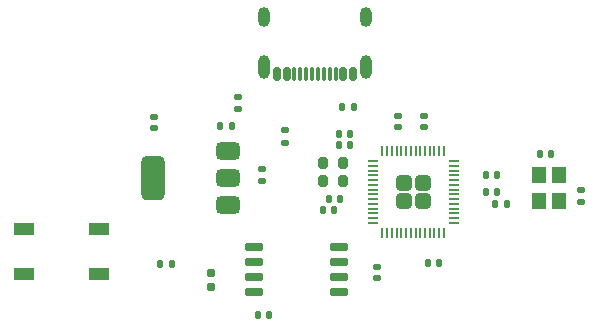
<source format=gbr>
%TF.GenerationSoftware,KiCad,Pcbnew,8.0.4*%
%TF.CreationDate,2024-07-22T23:57:25-07:00*%
%TF.ProjectId,leverless_controlller,6c657665-726c-4657-9373-5f636f6e7472,rev?*%
%TF.SameCoordinates,Original*%
%TF.FileFunction,Paste,Top*%
%TF.FilePolarity,Positive*%
%FSLAX46Y46*%
G04 Gerber Fmt 4.6, Leading zero omitted, Abs format (unit mm)*
G04 Created by KiCad (PCBNEW 8.0.4) date 2024-07-22 23:57:25*
%MOMM*%
%LPD*%
G01*
G04 APERTURE LIST*
G04 Aperture macros list*
%AMRoundRect*
0 Rectangle with rounded corners*
0 $1 Rounding radius*
0 $2 $3 $4 $5 $6 $7 $8 $9 X,Y pos of 4 corners*
0 Add a 4 corners polygon primitive as box body*
4,1,4,$2,$3,$4,$5,$6,$7,$8,$9,$2,$3,0*
0 Add four circle primitives for the rounded corners*
1,1,$1+$1,$2,$3*
1,1,$1+$1,$4,$5*
1,1,$1+$1,$6,$7*
1,1,$1+$1,$8,$9*
0 Add four rect primitives between the rounded corners*
20,1,$1+$1,$2,$3,$4,$5,0*
20,1,$1+$1,$4,$5,$6,$7,0*
20,1,$1+$1,$6,$7,$8,$9,0*
20,1,$1+$1,$8,$9,$2,$3,0*%
G04 Aperture macros list end*
%ADD10RoundRect,0.140000X-0.140000X-0.170000X0.140000X-0.170000X0.140000X0.170000X-0.140000X0.170000X0*%
%ADD11R,1.200000X1.400000*%
%ADD12RoundRect,0.140000X0.140000X0.170000X-0.140000X0.170000X-0.140000X-0.170000X0.140000X-0.170000X0*%
%ADD13R,1.700000X1.000000*%
%ADD14RoundRect,0.135000X0.135000X0.185000X-0.135000X0.185000X-0.135000X-0.185000X0.135000X-0.185000X0*%
%ADD15RoundRect,0.140000X0.170000X-0.140000X0.170000X0.140000X-0.170000X0.140000X-0.170000X-0.140000X0*%
%ADD16RoundRect,0.135000X-0.135000X-0.185000X0.135000X-0.185000X0.135000X0.185000X-0.135000X0.185000X0*%
%ADD17RoundRect,0.135000X-0.185000X0.135000X-0.185000X-0.135000X0.185000X-0.135000X0.185000X0.135000X0*%
%ADD18RoundRect,0.375000X0.625000X0.375000X-0.625000X0.375000X-0.625000X-0.375000X0.625000X-0.375000X0*%
%ADD19RoundRect,0.500000X0.500000X1.400000X-0.500000X1.400000X-0.500000X-1.400000X0.500000X-1.400000X0*%
%ADD20RoundRect,0.140000X-0.170000X0.140000X-0.170000X-0.140000X0.170000X-0.140000X0.170000X0.140000X0*%
%ADD21RoundRect,0.200000X-0.200000X-0.275000X0.200000X-0.275000X0.200000X0.275000X-0.200000X0.275000X0*%
%ADD22RoundRect,0.160000X-0.160000X0.197500X-0.160000X-0.197500X0.160000X-0.197500X0.160000X0.197500X0*%
%ADD23RoundRect,0.249999X0.395001X-0.395001X0.395001X0.395001X-0.395001X0.395001X-0.395001X-0.395001X0*%
%ADD24RoundRect,0.050000X0.050000X-0.387500X0.050000X0.387500X-0.050000X0.387500X-0.050000X-0.387500X0*%
%ADD25RoundRect,0.050000X0.387500X-0.050000X0.387500X0.050000X-0.387500X0.050000X-0.387500X-0.050000X0*%
%ADD26RoundRect,0.150000X0.150000X0.420000X-0.150000X0.420000X-0.150000X-0.420000X0.150000X-0.420000X0*%
%ADD27RoundRect,0.075000X0.075000X0.495000X-0.075000X0.495000X-0.075000X-0.495000X0.075000X-0.495000X0*%
%ADD28O,1.000000X2.000000*%
%ADD29O,1.000000X1.700000*%
%ADD30RoundRect,0.150000X0.650000X0.150000X-0.650000X0.150000X-0.650000X-0.150000X0.650000X-0.150000X0*%
G04 APERTURE END LIST*
D10*
%TO.C,C1*%
X68361000Y-31252000D03*
X69321000Y-31252000D03*
%TD*%
D11*
%TO.C,Y1*%
X96996000Y-37630000D03*
X96996000Y-35430000D03*
X95296000Y-35430000D03*
X95296000Y-37630000D03*
%TD*%
D12*
%TO.C,C9*%
X77978750Y-38430000D03*
X77018750Y-38430000D03*
%TD*%
%TO.C,C7*%
X79360000Y-31930000D03*
X78400000Y-31930000D03*
%TD*%
D10*
%TO.C,C8*%
X90840000Y-35430000D03*
X91800000Y-35430000D03*
%TD*%
D13*
%TO.C,SW1*%
X51755000Y-40030000D03*
X58055000Y-40030000D03*
X51755000Y-43830000D03*
X58055000Y-43830000D03*
%TD*%
D14*
%TO.C,R4*%
X92590000Y-37856000D03*
X91570000Y-37856000D03*
%TD*%
D15*
%TO.C,C15*%
X85630000Y-31390000D03*
X85630000Y-30430000D03*
%TD*%
D16*
%TO.C,R5*%
X63251000Y-42936000D03*
X64271000Y-42936000D03*
%TD*%
D17*
%TO.C,R2*%
X73822000Y-31668000D03*
X73822000Y-32688000D03*
%TD*%
D18*
%TO.C,U2*%
X68972000Y-37978000D03*
X68972000Y-35678000D03*
D19*
X62672000Y-35678000D03*
D18*
X68972000Y-33378000D03*
%TD*%
D15*
%TO.C,C16*%
X83380000Y-31410000D03*
X83380000Y-30450000D03*
%TD*%
D12*
%TO.C,C10*%
X78478750Y-37430000D03*
X77518750Y-37430000D03*
%TD*%
D15*
%TO.C,C2*%
X62745000Y-31478000D03*
X62745000Y-30518000D03*
%TD*%
D12*
%TO.C,C6*%
X79360000Y-32930000D03*
X78400000Y-32930000D03*
%TD*%
D20*
%TO.C,C12*%
X81630000Y-43200000D03*
X81630000Y-44160000D03*
%TD*%
%TO.C,C3*%
X98852000Y-36728000D03*
X98852000Y-37688000D03*
%TD*%
D21*
%TO.C,R7*%
X77055000Y-34430000D03*
X78705000Y-34430000D03*
%TD*%
D22*
%TO.C,R6*%
X67571000Y-43735500D03*
X67571000Y-44930500D03*
%TD*%
D10*
%TO.C,C5*%
X71536000Y-47254000D03*
X72496000Y-47254000D03*
%TD*%
%TO.C,C13*%
X85900000Y-42930000D03*
X86860000Y-42930000D03*
%TD*%
D23*
%TO.C,U1*%
X83878000Y-37678000D03*
X85478000Y-37678000D03*
X83878000Y-36078000D03*
X85478000Y-36078000D03*
D24*
X82078000Y-40315500D03*
X82478000Y-40315500D03*
X82878000Y-40315500D03*
X83278000Y-40315500D03*
X83678000Y-40315500D03*
X84078000Y-40315500D03*
X84478000Y-40315500D03*
X84878000Y-40315500D03*
X85278000Y-40315500D03*
X85678000Y-40315500D03*
X86078000Y-40315500D03*
X86478000Y-40315500D03*
X86878000Y-40315500D03*
X87278000Y-40315500D03*
D25*
X88115500Y-39478000D03*
X88115500Y-39078000D03*
X88115500Y-38678000D03*
X88115500Y-38278000D03*
X88115500Y-37878000D03*
X88115500Y-37478000D03*
X88115500Y-37078000D03*
X88115500Y-36678000D03*
X88115500Y-36278000D03*
X88115500Y-35878000D03*
X88115500Y-35478000D03*
X88115500Y-35078000D03*
X88115500Y-34678000D03*
X88115500Y-34278000D03*
D24*
X87278000Y-33440500D03*
X86878000Y-33440500D03*
X86478000Y-33440500D03*
X86078000Y-33440500D03*
X85678000Y-33440500D03*
X85278000Y-33440500D03*
X84878000Y-33440500D03*
X84478000Y-33440500D03*
X84078000Y-33440500D03*
X83678000Y-33440500D03*
X83278000Y-33440500D03*
X82878000Y-33440500D03*
X82478000Y-33440500D03*
X82078000Y-33440500D03*
D25*
X81240500Y-34278000D03*
X81240500Y-34678000D03*
X81240500Y-35078000D03*
X81240500Y-35478000D03*
X81240500Y-35878000D03*
X81240500Y-36278000D03*
X81240500Y-36678000D03*
X81240500Y-37078000D03*
X81240500Y-37478000D03*
X81240500Y-37878000D03*
X81240500Y-38278000D03*
X81240500Y-38678000D03*
X81240500Y-39078000D03*
X81240500Y-39478000D03*
%TD*%
D26*
%TO.C,J1*%
X79580000Y-26865000D03*
X78780000Y-26865000D03*
D27*
X77630000Y-26865000D03*
X76630000Y-26865000D03*
X76130000Y-26865000D03*
X75130000Y-26865000D03*
D26*
X73980000Y-26865000D03*
X73180000Y-26865000D03*
X73180000Y-26865000D03*
X73980000Y-26865000D03*
D27*
X74630000Y-26865000D03*
X75630000Y-26865000D03*
X77130000Y-26865000D03*
X78130000Y-26865000D03*
D26*
X78780000Y-26865000D03*
X79580000Y-26865000D03*
D28*
X80700000Y-26295000D03*
D29*
X80700000Y-22100000D03*
D28*
X72060000Y-26295000D03*
D29*
X72060000Y-22100000D03*
%TD*%
D10*
%TO.C,C14*%
X90840000Y-36840000D03*
X91800000Y-36840000D03*
%TD*%
D16*
%TO.C,R3*%
X78620000Y-29680000D03*
X79640000Y-29680000D03*
%TD*%
D21*
%TO.C,R8*%
X77055000Y-35930000D03*
X78705000Y-35930000D03*
%TD*%
D30*
%TO.C,U3*%
X78410000Y-45349000D03*
X78410000Y-44079000D03*
X78410000Y-42809000D03*
X78410000Y-41539000D03*
X71210000Y-41539000D03*
X71210000Y-42809000D03*
X71210000Y-44079000D03*
X71210000Y-45349000D03*
%TD*%
D15*
%TO.C,C11*%
X71880000Y-35910000D03*
X71880000Y-34950000D03*
%TD*%
D12*
%TO.C,C4*%
X96360000Y-33680000D03*
X95400000Y-33680000D03*
%TD*%
D17*
%TO.C,R1*%
X69857000Y-28837000D03*
X69857000Y-29857000D03*
%TD*%
M02*

</source>
